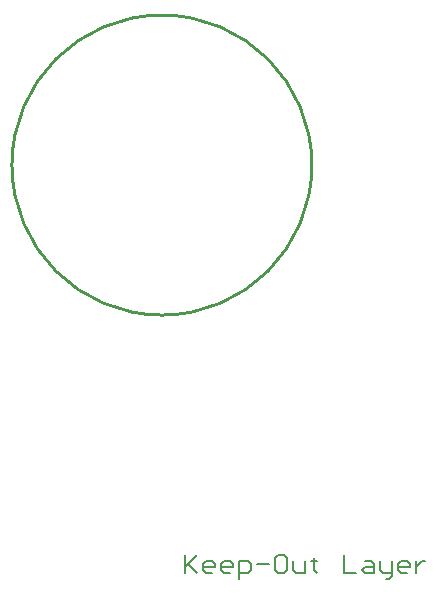
<source format=gko>
%FSLAX25Y25*%
%MOIN*%
G70*
G01*
G75*
G04 Layer_Color=16711935*
%ADD10R,0.03150X0.02362*%
%ADD11R,0.04331X0.02559*%
%ADD12O,0.06693X0.01378*%
%ADD13R,0.02362X0.03150*%
%ADD14C,0.01500*%
%ADD15C,0.01000*%
%ADD16C,0.03000*%
%ADD17C,0.02500*%
%ADD18C,0.01300*%
%ADD19C,0.02000*%
%ADD20C,0.00800*%
%ADD21C,0.06496*%
%ADD22R,0.06496X0.06496*%
%ADD23R,0.06496X0.06496*%
%ADD24C,0.02000*%
G04:AMPARAMS|DCode=25|XSize=39.37mil|YSize=15.75mil|CornerRadius=3.94mil|HoleSize=0mil|Usage=FLASHONLY|Rotation=0.000|XOffset=0mil|YOffset=0mil|HoleType=Round|Shape=RoundedRectangle|*
%AMROUNDEDRECTD25*
21,1,0.03937,0.00787,0,0,0.0*
21,1,0.03150,0.01575,0,0,0.0*
1,1,0.00787,0.01575,-0.00394*
1,1,0.00787,-0.01575,-0.00394*
1,1,0.00787,-0.01575,0.00394*
1,1,0.00787,0.01575,0.00394*
%
%ADD25ROUNDEDRECTD25*%
G04:AMPARAMS|DCode=26|XSize=74.8mil|YSize=133.86mil|CornerRadius=0mil|HoleSize=0mil|Usage=FLASHONLY|Rotation=270.000|XOffset=0mil|YOffset=0mil|HoleType=Round|Shape=Octagon|*
%AMOCTAGOND26*
4,1,8,0.06693,0.01870,0.06693,-0.01870,0.04823,-0.03740,-0.04823,-0.03740,-0.06693,-0.01870,-0.06693,0.01870,-0.04823,0.03740,0.04823,0.03740,0.06693,0.01870,0.0*
%
%ADD26OCTAGOND26*%

%ADD27R,0.05512X0.03543*%
%ADD28R,0.07087X0.03543*%
%ADD29R,0.03740X0.03937*%
%ADD30R,0.08500X0.10799*%
%ADD31R,0.03937X0.03740*%
%ADD32R,0.02362X0.07480*%
%ADD33C,0.03500*%
%ADD34C,0.00984*%
%ADD35C,0.02362*%
%ADD36C,0.00700*%
%ADD37C,0.00787*%
%ADD38C,0.00600*%
%ADD39C,0.00500*%
%ADD40R,0.03750X0.02962*%
%ADD41R,0.04931X0.03159*%
%ADD42O,0.07293X0.01978*%
%ADD43R,0.02962X0.03750*%
%ADD44C,0.02600*%
G04:AMPARAMS|DCode=45|XSize=45.37mil|YSize=21.75mil|CornerRadius=6.94mil|HoleSize=0mil|Usage=FLASHONLY|Rotation=0.000|XOffset=0mil|YOffset=0mil|HoleType=Round|Shape=RoundedRectangle|*
%AMROUNDEDRECTD45*
21,1,0.04537,0.00787,0,0,0.0*
21,1,0.03150,0.02175,0,0,0.0*
1,1,0.01387,0.01575,-0.00394*
1,1,0.01387,-0.01575,-0.00394*
1,1,0.01387,-0.01575,0.00394*
1,1,0.01387,0.01575,0.00394*
%
%ADD45ROUNDEDRECTD45*%
G04:AMPARAMS|DCode=46|XSize=80.8mil|YSize=139.86mil|CornerRadius=0mil|HoleSize=0mil|Usage=FLASHONLY|Rotation=270.000|XOffset=0mil|YOffset=0mil|HoleType=Round|Shape=Octagon|*
%AMOCTAGOND46*
4,1,8,0.06993,0.02020,0.06993,-0.02020,0.04973,-0.04040,-0.04973,-0.04040,-0.06993,-0.02020,-0.06993,0.02020,-0.04973,0.04040,0.04973,0.04040,0.06993,0.02020,0.0*
%
%ADD46OCTAGOND46*%

%ADD47R,0.06112X0.04143*%
%ADD48R,0.07687X0.04143*%
%ADD49R,0.04340X0.04537*%
%ADD50R,0.09100X0.11399*%
%ADD51R,0.04537X0.04340*%
%ADD52R,0.02962X0.08080*%
%ADD53R,0.02000X0.16400*%
D15*
X0Y50000D02*
G03*
X50000Y0I50000J0D01*
G01*
Y100000D02*
G03*
X0Y50000I0J-50000D01*
G01*
X100000D02*
G03*
X50000Y100000I-50000J0D01*
G01*
Y0D02*
G03*
X100000Y50000I0J50000D01*
G01*
D20*
X57700Y-79851D02*
Y-85849D01*
Y-83850D01*
X61699Y-79851D01*
X58700Y-82850D01*
X61699Y-85849D01*
X66697D02*
X64698D01*
X63698Y-84850D01*
Y-82850D01*
X64698Y-81851D01*
X66697D01*
X67697Y-82850D01*
Y-83850D01*
X63698D01*
X72695Y-85849D02*
X70696D01*
X69696Y-84850D01*
Y-82850D01*
X70696Y-81851D01*
X72695D01*
X73695Y-82850D01*
Y-83850D01*
X69696D01*
X75694Y-87849D02*
Y-81851D01*
X78693D01*
X79693Y-82850D01*
Y-84850D01*
X78693Y-85849D01*
X75694D01*
X81692Y-82850D02*
X85691D01*
X90689Y-79851D02*
X88690D01*
X87690Y-80851D01*
Y-84850D01*
X88690Y-85849D01*
X90689D01*
X91689Y-84850D01*
Y-80851D01*
X90689Y-79851D01*
X93688Y-81851D02*
Y-84850D01*
X94688Y-85849D01*
X97687D01*
Y-81851D01*
X100686Y-80851D02*
Y-81851D01*
X99686D01*
X101686D01*
X100686D01*
Y-84850D01*
X101686Y-85849D01*
X110683Y-79851D02*
Y-85849D01*
X114682D01*
X117681Y-81851D02*
X119680D01*
X120680Y-82850D01*
Y-85849D01*
X117681D01*
X116681Y-84850D01*
X117681Y-83850D01*
X120680D01*
X122679Y-81851D02*
Y-84850D01*
X123679Y-85849D01*
X126678D01*
Y-86849D01*
X125678Y-87849D01*
X124678D01*
X126678Y-85849D02*
Y-81851D01*
X131676Y-85849D02*
X129677D01*
X128677Y-84850D01*
Y-82850D01*
X129677Y-81851D01*
X131676D01*
X132676Y-82850D01*
Y-83850D01*
X128677D01*
X134675Y-81851D02*
Y-85849D01*
Y-83850D01*
X135675Y-82850D01*
X136674Y-81851D01*
X137674D01*
M02*

</source>
